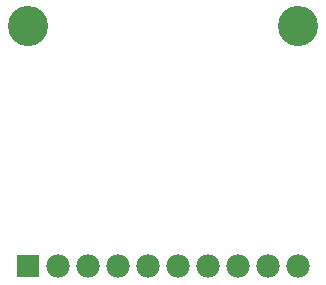
<source format=gbr>
G04 EAGLE Gerber RS-274X export*
G75*
%MOMM*%
%FSLAX34Y34*%
%LPD*%
%INSoldermask Bottom*%
%IPPOS*%
%AMOC8*
5,1,8,0,0,1.08239X$1,22.5*%
G01*
%ADD10C,3.403200*%
%ADD11R,1.981200X1.981200*%
%ADD12C,1.981200*%


D10*
X25400Y228600D03*
X254000Y228600D03*
D11*
X25400Y25400D03*
D12*
X50800Y25400D03*
X76200Y25400D03*
X101600Y25400D03*
X127000Y25400D03*
X152400Y25400D03*
X177800Y25400D03*
X203200Y25400D03*
X228600Y25400D03*
X254000Y25400D03*
M02*

</source>
